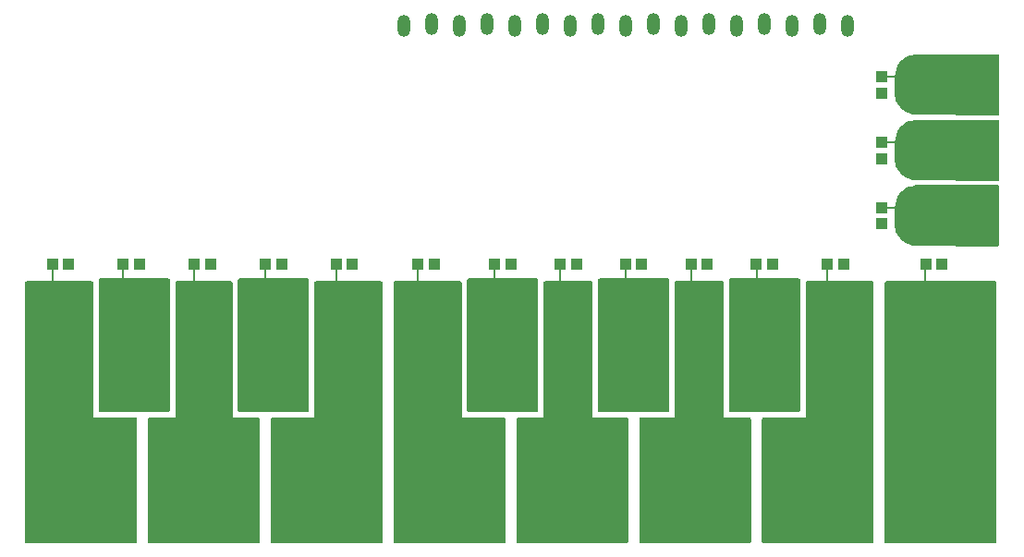
<source format=gbr>
%TF.GenerationSoftware,KiCad,Pcbnew,(5.99.0-10155-gdd944794ea)*%
%TF.CreationDate,2021-04-17T22:56:48+01:00*%
%TF.ProjectId,minor-cap,6d696e6f-722d-4636-9170-2e6b69636164,rev?*%
%TF.SameCoordinates,Original*%
%TF.FileFunction,Copper,L2,Bot*%
%TF.FilePolarity,Positive*%
%FSLAX46Y46*%
G04 Gerber Fmt 4.6, Leading zero omitted, Abs format (unit mm)*
G04 Created by KiCad (PCBNEW (5.99.0-10155-gdd944794ea)) date 2021-04-17 22:56:48*
%MOMM*%
%LPD*%
G01*
G04 APERTURE LIST*
%TA.AperFunction,SMDPad,CuDef*%
%ADD10R,1.000000X1.000000*%
%TD*%
%TA.AperFunction,ComponentPad*%
%ADD11O,1.200000X2.000000*%
%TD*%
%TA.AperFunction,ViaPad*%
%ADD12C,0.600000*%
%TD*%
%TA.AperFunction,Conductor*%
%ADD13C,0.127000*%
%TD*%
G04 APERTURE END LIST*
D10*
%TO.P,U2,10,Y1*%
%TO.N,Y1*%
X166450000Y-109320000D03*
X114450000Y-109320000D03*
X154450000Y-109320000D03*
X141450000Y-109320000D03*
X178950000Y-109320000D03*
X127450000Y-109320000D03*
%TO.P,U2,9,Y0*%
%TO.N,Y0*%
X160450000Y-109320000D03*
X120950000Y-109320000D03*
X187950000Y-109320000D03*
X133950000Y-109320000D03*
X148450000Y-109320000D03*
X107950000Y-109320000D03*
X172450000Y-109320000D03*
%TO.P,U2,7,X6*%
%TO.N,X6*%
X186450000Y-109320000D03*
%TO.P,U2,6,X5*%
%TO.N,X5*%
X177450000Y-109320000D03*
X170950000Y-109320000D03*
%TO.P,U2,5,X4*%
%TO.N,X4*%
X164950000Y-109320000D03*
X158950000Y-109320000D03*
%TO.P,U2,4,X3*%
%TO.N,X3*%
X146950000Y-109320000D03*
X152950000Y-109320000D03*
%TO.P,U2,3,X2*%
%TO.N,X2*%
X139950000Y-109320000D03*
X132450000Y-109320000D03*
%TO.P,U2,2,X1*%
%TO.N,X1*%
X119450000Y-109320000D03*
X125950000Y-109320000D03*
%TO.P,U2,1,X0*%
%TO.N,X0*%
X106450000Y-109320000D03*
X112950000Y-109320000D03*
%TD*%
D11*
%TO.P,J1,17,Pin_17*%
%TO.N,GND*%
X179270000Y-87450000D03*
%TO.P,J1,16,Pin_16*%
%TO.N,SMP*%
X176730000Y-87250000D03*
%TO.P,J1,15,Pin_15*%
%TO.N,S_SYNC*%
X174190000Y-87450000D03*
%TO.P,J1,14,Pin_14*%
%TO.N,M_SYNC*%
X171650000Y-87250000D03*
%TO.P,J1,13,Pin_13*%
%TO.N,RX*%
X169110000Y-87450000D03*
%TO.P,J1,12,Pin_12*%
%TO.N,TX*%
X166570000Y-87250000D03*
%TO.P,J1,11,Pin_11*%
%TO.N,SDA*%
X164030000Y-87450000D03*
%TO.P,J1,10,Pin_10*%
%TO.N,SCL*%
X161490000Y-87250000D03*
%TO.P,J1,9,Pin_9*%
%TO.N,CHANGE*%
X158950000Y-87450000D03*
%TO.P,J1,8,Pin_8*%
%TO.N,DAC*%
X156410000Y-87250000D03*
%TO.P,J1,7,Pin_7*%
%TO.N,SHUTDOWN*%
X153870000Y-87450000D03*
%TO.P,J1,6,Pin_6*%
%TO.N,PA4*%
X151330000Y-87250000D03*
%TO.P,J1,5,Pin_5*%
%TO.N,PA3*%
X148790000Y-87450000D03*
%TO.P,J1,4,Pin_4*%
%TO.N,PA2*%
X146250000Y-87250000D03*
%TO.P,J1,3,Pin_3*%
%TO.N,PA1*%
X143710000Y-87450000D03*
%TO.P,J1,2,Pin_2*%
%TO.N,UDPI*%
X141170000Y-87250000D03*
%TO.P,J1,1,Pin_1*%
%TO.N,+3V0*%
X138630000Y-87450000D03*
%TD*%
D10*
%TO.P,U3,10,Y1*%
%TO.N,Y1*%
X182450000Y-93600000D03*
X182450000Y-105600000D03*
%TO.P,U3,9,Y0*%
%TO.N,Y0*%
X182450000Y-99600000D03*
%TO.P,U3,8,X7*%
%TO.N,X7*%
X182450000Y-104100000D03*
X182450000Y-98100000D03*
%TO.P,U3,7,X6*%
%TO.N,X6*%
X182450000Y-92100000D03*
%TD*%
D12*
%TO.N,Y1*%
X182430000Y-105580000D03*
%TO.N,X7*%
X182450000Y-104120000D03*
%TO.N,Y0*%
X182410000Y-99560000D03*
%TO.N,X7*%
X182430000Y-98110000D03*
%TO.N,Y1*%
X182450000Y-93590000D03*
%TO.N,X6*%
X182450000Y-92090000D03*
%TO.N,Y0*%
X187970000Y-109290000D03*
%TO.N,X6*%
X186440000Y-109310000D03*
%TO.N,Y1*%
X178960000Y-109350000D03*
%TO.N,X5*%
X177430000Y-109330000D03*
%TO.N,Y0*%
X172440000Y-109330000D03*
%TO.N,X5*%
X170980000Y-109350000D03*
%TO.N,Y1*%
X166430000Y-109330000D03*
%TO.N,X4*%
X164970000Y-109390000D03*
%TO.N,Y0*%
X160440000Y-109310000D03*
%TO.N,X4*%
X158910000Y-109350000D03*
%TO.N,Y1*%
X154470000Y-109310000D03*
%TO.N,X3*%
X153000000Y-109310000D03*
%TO.N,Y0*%
X148460000Y-109350000D03*
%TO.N,X3*%
X146950000Y-109310000D03*
%TO.N,Y1*%
X141510000Y-109330000D03*
%TO.N,X2*%
X139960000Y-109330000D03*
%TO.N,Y0*%
X133970000Y-109330000D03*
%TO.N,X2*%
X132470000Y-109330000D03*
%TO.N,Y1*%
X127450000Y-109330000D03*
%TO.N,X1*%
X125950000Y-109350000D03*
%TO.N,Y0*%
X120940000Y-109350000D03*
%TO.N,X1*%
X119450000Y-109310000D03*
%TO.N,Y1*%
X114450000Y-109310000D03*
%TO.N,X0*%
X112950000Y-109350000D03*
%TO.N,Y0*%
X107950000Y-109350000D03*
%TO.N,X0*%
X106450000Y-109350000D03*
%TD*%
D13*
%TO.N,X6*%
X182450000Y-92090000D02*
X183890000Y-92090000D01*
%TO.N,X7*%
X182450000Y-98100000D02*
X183860000Y-98100000D01*
X182450000Y-104120000D02*
X183810000Y-104120000D01*
%TO.N,X6*%
X186440000Y-109310000D02*
X186440000Y-111040000D01*
%TO.N,X5*%
X177430000Y-109330000D02*
X177430000Y-111030000D01*
X170980000Y-109350000D02*
X170980000Y-110720000D01*
%TO.N,X4*%
X164970000Y-109390000D02*
X164970000Y-111030000D01*
X158950000Y-109320000D02*
X158950000Y-110750000D01*
%TO.N,X3*%
X153000000Y-109310000D02*
X153000000Y-111000000D01*
X146950000Y-109310000D02*
X146950000Y-110750000D01*
%TO.N,X2*%
X139960000Y-109330000D02*
X139960000Y-111040000D01*
X132450000Y-109320000D02*
X132450000Y-111050000D01*
%TO.N,X1*%
X125950000Y-109350000D02*
X125950000Y-110750000D01*
X119450000Y-109320000D02*
X119450000Y-111050000D01*
%TO.N,X0*%
X106450000Y-109350000D02*
X106450000Y-111150000D01*
X112950000Y-109350000D02*
X112950000Y-110850000D01*
X106450000Y-109350000D02*
X106450000Y-109320000D01*
%TD*%
%TA.AperFunction,Conductor*%
%TO.N,X0*%
G36*
X110142121Y-110870002D02*
G01*
X110188614Y-110923658D01*
X110200000Y-110976000D01*
X110200000Y-123350000D01*
X114074000Y-123350000D01*
X114142121Y-123370002D01*
X114188614Y-123423658D01*
X114200000Y-123476000D01*
X114200000Y-134724000D01*
X114179998Y-134792121D01*
X114126342Y-134838614D01*
X114074000Y-134850000D01*
X104076000Y-134850000D01*
X104007879Y-134829998D01*
X103961386Y-134776342D01*
X103950000Y-134724000D01*
X103950000Y-110976000D01*
X103970002Y-110907879D01*
X104023658Y-110861386D01*
X104076000Y-110850000D01*
X110074000Y-110850000D01*
X110142121Y-110870002D01*
G37*
%TD.AperFunction*%
%TD*%
%TA.AperFunction,Conductor*%
%TO.N,X0*%
G36*
X117142121Y-110620002D02*
G01*
X117188614Y-110673658D01*
X117200000Y-110726000D01*
X117200000Y-122724000D01*
X117179998Y-122792121D01*
X117126342Y-122838614D01*
X117074000Y-122850000D01*
X110826000Y-122850000D01*
X110757879Y-122829998D01*
X110711386Y-122776342D01*
X110700000Y-122724000D01*
X110700000Y-110726000D01*
X110720002Y-110657879D01*
X110773658Y-110611386D01*
X110826000Y-110600000D01*
X117074000Y-110600000D01*
X117142121Y-110620002D01*
G37*
%TD.AperFunction*%
%TD*%
%TA.AperFunction,Conductor*%
%TO.N,X1*%
G36*
X122892121Y-110870002D02*
G01*
X122938614Y-110923658D01*
X122950000Y-110976000D01*
X122950000Y-123350000D01*
X125324000Y-123350000D01*
X125392121Y-123370002D01*
X125438614Y-123423658D01*
X125450000Y-123476000D01*
X125450000Y-134724000D01*
X125429998Y-134792121D01*
X125376342Y-134838614D01*
X125324000Y-134850000D01*
X115326000Y-134850000D01*
X115257879Y-134829998D01*
X115211386Y-134776342D01*
X115200000Y-134724000D01*
X115200000Y-123476000D01*
X115220002Y-123407879D01*
X115273658Y-123361386D01*
X115326000Y-123350000D01*
X117700000Y-123350000D01*
X117700000Y-110976000D01*
X117720002Y-110907879D01*
X117773658Y-110861386D01*
X117826000Y-110850000D01*
X122824000Y-110850000D01*
X122892121Y-110870002D01*
G37*
%TD.AperFunction*%
%TD*%
%TA.AperFunction,Conductor*%
%TO.N,X1*%
G36*
X129892121Y-110620002D02*
G01*
X129938614Y-110673658D01*
X129950000Y-110726000D01*
X129950000Y-122724000D01*
X129929998Y-122792121D01*
X129876342Y-122838614D01*
X129824000Y-122850000D01*
X123576000Y-122850000D01*
X123507879Y-122829998D01*
X123461386Y-122776342D01*
X123450000Y-122724000D01*
X123450000Y-110726000D01*
X123470002Y-110657879D01*
X123523658Y-110611386D01*
X123576000Y-110600000D01*
X129824000Y-110600000D01*
X129892121Y-110620002D01*
G37*
%TD.AperFunction*%
%TD*%
%TA.AperFunction,Conductor*%
%TO.N,X2*%
G36*
X136642121Y-110870002D02*
G01*
X136688614Y-110923658D01*
X136700000Y-110976000D01*
X136700000Y-134724000D01*
X136679998Y-134792121D01*
X136626342Y-134838614D01*
X136574000Y-134850000D01*
X126576000Y-134850000D01*
X126507879Y-134829998D01*
X126461386Y-134776342D01*
X126450000Y-134724000D01*
X126450000Y-123476000D01*
X126470002Y-123407879D01*
X126523658Y-123361386D01*
X126576000Y-123350000D01*
X130450000Y-123350000D01*
X130450000Y-110976000D01*
X130470002Y-110907879D01*
X130523658Y-110861386D01*
X130576000Y-110850000D01*
X136574000Y-110850000D01*
X136642121Y-110870002D01*
G37*
%TD.AperFunction*%
%TD*%
%TA.AperFunction,Conductor*%
%TO.N,X2*%
G36*
X143892121Y-110870002D02*
G01*
X143938614Y-110923658D01*
X143950000Y-110976000D01*
X143950000Y-123350000D01*
X147824000Y-123350000D01*
X147892121Y-123370002D01*
X147938614Y-123423658D01*
X147950000Y-123476000D01*
X147950000Y-134724000D01*
X147929998Y-134792121D01*
X147876342Y-134838614D01*
X147824000Y-134850000D01*
X137826000Y-134850000D01*
X137757879Y-134829998D01*
X137711386Y-134776342D01*
X137700000Y-134724000D01*
X137700000Y-110976000D01*
X137720002Y-110907879D01*
X137773658Y-110861386D01*
X137826000Y-110850000D01*
X143824000Y-110850000D01*
X143892121Y-110870002D01*
G37*
%TD.AperFunction*%
%TD*%
%TA.AperFunction,Conductor*%
%TO.N,X3*%
G36*
X150892121Y-110620002D02*
G01*
X150938614Y-110673658D01*
X150950000Y-110726000D01*
X150950000Y-122724000D01*
X150929998Y-122792121D01*
X150876342Y-122838614D01*
X150824000Y-122850000D01*
X144576000Y-122850000D01*
X144507879Y-122829998D01*
X144461386Y-122776342D01*
X144450000Y-122724000D01*
X144450000Y-110726000D01*
X144470002Y-110657879D01*
X144523658Y-110611386D01*
X144576000Y-110600000D01*
X150824000Y-110600000D01*
X150892121Y-110620002D01*
G37*
%TD.AperFunction*%
%TD*%
%TA.AperFunction,Conductor*%
%TO.N,X3*%
G36*
X155892121Y-110870002D02*
G01*
X155938614Y-110923658D01*
X155950000Y-110976000D01*
X155950000Y-123350000D01*
X159074000Y-123350000D01*
X159142121Y-123370002D01*
X159188614Y-123423658D01*
X159200000Y-123476000D01*
X159200000Y-134724000D01*
X159179998Y-134792121D01*
X159126342Y-134838614D01*
X159074000Y-134850000D01*
X149076000Y-134850000D01*
X149007879Y-134829998D01*
X148961386Y-134776342D01*
X148950000Y-134724000D01*
X148950000Y-123476000D01*
X148970002Y-123407879D01*
X149023658Y-123361386D01*
X149076000Y-123350000D01*
X151450000Y-123350000D01*
X151450000Y-110976000D01*
X151470002Y-110907879D01*
X151523658Y-110861386D01*
X151576000Y-110850000D01*
X155824000Y-110850000D01*
X155892121Y-110870002D01*
G37*
%TD.AperFunction*%
%TD*%
%TA.AperFunction,Conductor*%
%TO.N,X4*%
G36*
X162892121Y-110620002D02*
G01*
X162938614Y-110673658D01*
X162950000Y-110726000D01*
X162950000Y-122724000D01*
X162929998Y-122792121D01*
X162876342Y-122838614D01*
X162824000Y-122850000D01*
X156576000Y-122850000D01*
X156507879Y-122829998D01*
X156461386Y-122776342D01*
X156450000Y-122724000D01*
X156450000Y-110726000D01*
X156470002Y-110657879D01*
X156523658Y-110611386D01*
X156576000Y-110600000D01*
X162824000Y-110600000D01*
X162892121Y-110620002D01*
G37*
%TD.AperFunction*%
%TD*%
%TA.AperFunction,Conductor*%
%TO.N,X4*%
G36*
X167892121Y-110870002D02*
G01*
X167938614Y-110923658D01*
X167950000Y-110976000D01*
X167950000Y-123350000D01*
X170324000Y-123350000D01*
X170392121Y-123370002D01*
X170438614Y-123423658D01*
X170450000Y-123476000D01*
X170450000Y-134724000D01*
X170429998Y-134792121D01*
X170376342Y-134838614D01*
X170324000Y-134850000D01*
X160326000Y-134850000D01*
X160257879Y-134829998D01*
X160211386Y-134776342D01*
X160200000Y-134724000D01*
X160200000Y-123476000D01*
X160220002Y-123407879D01*
X160273658Y-123361386D01*
X160326000Y-123350000D01*
X163450000Y-123350000D01*
X163450000Y-110976000D01*
X163470002Y-110907879D01*
X163523658Y-110861386D01*
X163576000Y-110850000D01*
X167824000Y-110850000D01*
X167892121Y-110870002D01*
G37*
%TD.AperFunction*%
%TD*%
%TA.AperFunction,Conductor*%
%TO.N,X5*%
G36*
X174892121Y-110620002D02*
G01*
X174938614Y-110673658D01*
X174950000Y-110726000D01*
X174950000Y-122724000D01*
X174929998Y-122792121D01*
X174876342Y-122838614D01*
X174824000Y-122850000D01*
X168576000Y-122850000D01*
X168507879Y-122829998D01*
X168461386Y-122776342D01*
X168450000Y-122724000D01*
X168450000Y-110726000D01*
X168470002Y-110657879D01*
X168523658Y-110611386D01*
X168576000Y-110600000D01*
X174824000Y-110600000D01*
X174892121Y-110620002D01*
G37*
%TD.AperFunction*%
%TD*%
%TA.AperFunction,Conductor*%
%TO.N,X5*%
G36*
X181642121Y-110870002D02*
G01*
X181688614Y-110923658D01*
X181700000Y-110976000D01*
X181700000Y-134724000D01*
X181679998Y-134792121D01*
X181626342Y-134838614D01*
X181574000Y-134850000D01*
X171576000Y-134850000D01*
X171507879Y-134829998D01*
X171461386Y-134776342D01*
X171450000Y-134724000D01*
X171450000Y-123476000D01*
X171470002Y-123407879D01*
X171523658Y-123361386D01*
X171576000Y-123350000D01*
X175450000Y-123350000D01*
X175450000Y-110976000D01*
X175470002Y-110907879D01*
X175523658Y-110861386D01*
X175576000Y-110850000D01*
X181574000Y-110850000D01*
X181642121Y-110870002D01*
G37*
%TD.AperFunction*%
%TD*%
%TA.AperFunction,Conductor*%
%TO.N,X6*%
G36*
X192892121Y-110870002D02*
G01*
X192938614Y-110923658D01*
X192950000Y-110976000D01*
X192950000Y-134724000D01*
X192929998Y-134792121D01*
X192876342Y-134838614D01*
X192824000Y-134850000D01*
X182826000Y-134850000D01*
X182757879Y-134829998D01*
X182711386Y-134776342D01*
X182700000Y-134724000D01*
X182700000Y-110976000D01*
X182720002Y-110907879D01*
X182773658Y-110861386D01*
X182826000Y-110850000D01*
X192824000Y-110850000D01*
X192892121Y-110870002D01*
G37*
%TD.AperFunction*%
%TD*%
%TA.AperFunction,Conductor*%
%TO.N,X6*%
G36*
X193134121Y-90070002D02*
G01*
X193180614Y-90123658D01*
X193192000Y-90176000D01*
X193192000Y-95523466D01*
X193171998Y-95591587D01*
X193118342Y-95638080D01*
X193065203Y-95649463D01*
X185272985Y-95600145D01*
X185228551Y-95591750D01*
X184847099Y-95445038D01*
X184618227Y-95357010D01*
X184584747Y-95337798D01*
X184117112Y-94963689D01*
X184088515Y-94931336D01*
X183713352Y-94321697D01*
X183696126Y-94274820D01*
X183601465Y-93659523D01*
X183600000Y-93640364D01*
X183600000Y-92115511D01*
X183603762Y-92084952D01*
X183843330Y-91126679D01*
X183867179Y-91078526D01*
X184240008Y-90612491D01*
X184262797Y-90590403D01*
X184637917Y-90309062D01*
X184663883Y-90294050D01*
X184939333Y-90176000D01*
X184989185Y-90154635D01*
X185011481Y-90147449D01*
X185436500Y-90053000D01*
X185463833Y-90050000D01*
X193066000Y-90050000D01*
X193134121Y-90070002D01*
G37*
%TD.AperFunction*%
%TD*%
%TA.AperFunction,Conductor*%
%TO.N,X7*%
G36*
X193134121Y-96070002D02*
G01*
X193180614Y-96123658D01*
X193192000Y-96176000D01*
X193192000Y-101523466D01*
X193171998Y-101591587D01*
X193118342Y-101638080D01*
X193065203Y-101649463D01*
X185272985Y-101600145D01*
X185228551Y-101591750D01*
X184847099Y-101445038D01*
X184618227Y-101357010D01*
X184584747Y-101337798D01*
X184117112Y-100963689D01*
X184088515Y-100931336D01*
X183713352Y-100321697D01*
X183696126Y-100274820D01*
X183601465Y-99659523D01*
X183600000Y-99640364D01*
X183600000Y-98115511D01*
X183603762Y-98084952D01*
X183843330Y-97126679D01*
X183867179Y-97078526D01*
X184240008Y-96612491D01*
X184262797Y-96590403D01*
X184637917Y-96309062D01*
X184663883Y-96294050D01*
X184939333Y-96176000D01*
X184989185Y-96154635D01*
X185011481Y-96147449D01*
X185436500Y-96053000D01*
X185463833Y-96050000D01*
X193066000Y-96050000D01*
X193134121Y-96070002D01*
G37*
%TD.AperFunction*%
%TD*%
%TA.AperFunction,Conductor*%
%TO.N,X7*%
G36*
X193134121Y-102070002D02*
G01*
X193180614Y-102123658D01*
X193192000Y-102176000D01*
X193192000Y-107523466D01*
X193171998Y-107591587D01*
X193118342Y-107638080D01*
X193065203Y-107649463D01*
X185272985Y-107600145D01*
X185228551Y-107591750D01*
X184847099Y-107445038D01*
X184618227Y-107357010D01*
X184584747Y-107337798D01*
X184117112Y-106963689D01*
X184088515Y-106931336D01*
X183713352Y-106321697D01*
X183696126Y-106274820D01*
X183601465Y-105659523D01*
X183600000Y-105640364D01*
X183600000Y-104115511D01*
X183603762Y-104084952D01*
X183843330Y-103126679D01*
X183867179Y-103078526D01*
X184240008Y-102612491D01*
X184262797Y-102590403D01*
X184637917Y-102309062D01*
X184663883Y-102294050D01*
X184939333Y-102176000D01*
X184989185Y-102154635D01*
X185011481Y-102147449D01*
X185436500Y-102053000D01*
X185463833Y-102050000D01*
X193066000Y-102050000D01*
X193134121Y-102070002D01*
G37*
%TD.AperFunction*%
%TD*%
M02*

</source>
